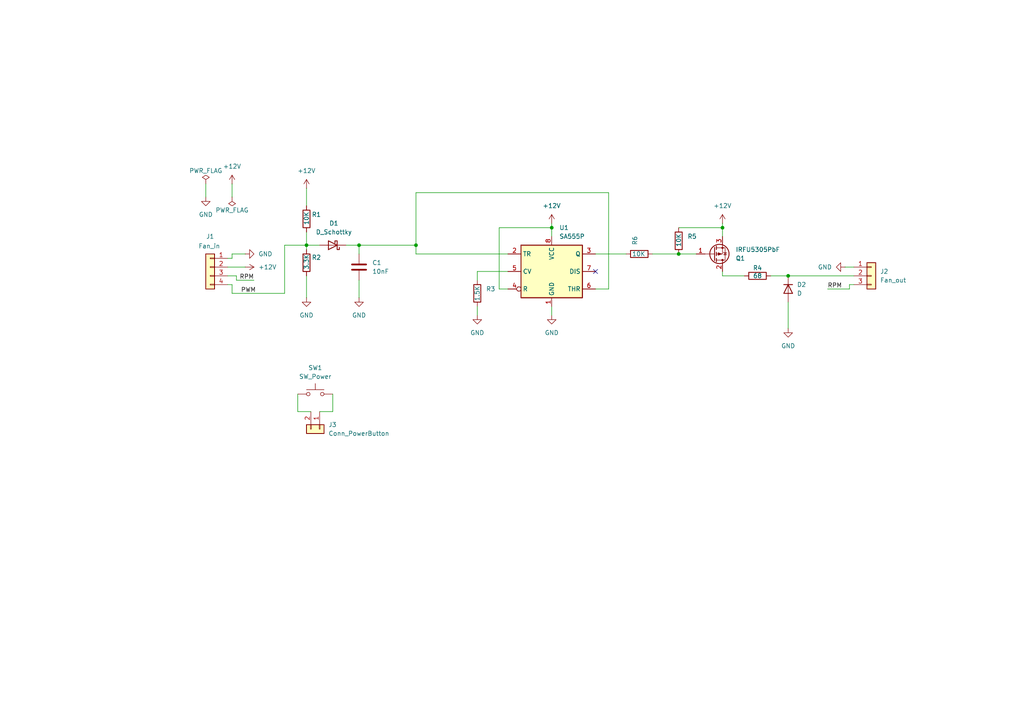
<source format=kicad_sch>
(kicad_sch (version 20231120) (generator "eeschema") (generator_version "8.0")
  (paper "A4")
  (lib_symbols
    (symbol "Connector_Generic:Conn_01x02" (pin_names (offset 1.016) hide)
      (property "Reference" "J" (at 0 2.54 0))
      (property "Value" "Conn_01x02" (at 0 -5.08 0))
      (symbol "Conn_01x02_1_1"
        (rectangle (start -1.27 -2.413) (end 0 -2.667) (stroke (width 0.1524)))
        (rectangle (start -1.27 0.127) (end 0 -0.127) (stroke (width 0.1524)))
        (rectangle (start -1.27 1.27) (end 1.27 -3.81) (stroke (width 0.254)) (fill (type background)))
        (pin passive line (at -5.08 0 0) (length 3.81) (name "Pin_1") (number "1"))
        (pin passive line (at -5.08 -2.54 0) (length 3.81) (name "Pin_2") (number "2"))
      )
    )
    (symbol "Connector_Generic:Conn_01x03" (pin_names (offset 1.016) hide)
      (property "Reference" "J" (at 0 5.08 0))
      (property "Value" "Conn_01x03" (at 0 -5.08 0))
      (symbol "Conn_01x03_1_1"
        (rectangle (start -1.27 -2.413) (end 0 -2.667) (stroke (width 0.1524)))
        (rectangle (start -1.27 0.127) (end 0 -0.127) (stroke (width 0.1524)))
        (rectangle (start -1.27 2.667) (end 0 2.413) (stroke (width 0.1524)))
        (rectangle (start -1.27 3.81) (end 1.27 -3.81) (stroke (width 0.254)) (fill (type background)))
        (pin passive line (at -5.08 2.54 0) (length 3.81) (name "Pin_1") (number "1"))
        (pin passive line (at -5.08 0 0) (length 3.81) (name "Pin_2") (number "2"))
        (pin passive line (at -5.08 -2.54 0) (length 3.81) (name "Pin_3") (number "3"))
      )
    )
    (symbol "Connector_Generic:Conn_01x04" (pin_names (offset 1.016) hide)
      (property "Reference" "J" (at 0 5.08 0))
      (property "Value" "Conn_01x04" (at 0 -7.62 0))
      (symbol "Conn_01x04_1_1"
        (rectangle (start -1.27 -4.953) (end 0 -5.207) (stroke (width 0.1524)))
        (rectangle (start -1.27 -2.413) (end 0 -2.667) (stroke (width 0.1524)))
        (rectangle (start -1.27 0.127) (end 0 -0.127) (stroke (width 0.1524)))
        (rectangle (start -1.27 2.667) (end 0 2.413) (stroke (width 0.1524)))
        (rectangle (start -1.27 3.81) (end 1.27 -6.35) (stroke (width 0.254)) (fill (type background)))
        (pin passive line (at -5.08 2.54 0) (length 3.81) (name "Pin_1") (number "1"))
        (pin passive line (at -5.08 0 0) (length 3.81) (name "Pin_2") (number "2"))
        (pin passive line (at -5.08 -2.54 0) (length 3.81) (name "Pin_3") (number "3"))
        (pin passive line (at -5.08 -5.08 0) (length 3.81) (name "Pin_4") (number "4"))
      )
    )
    (symbol "Device:C" (pin_numbers hide) (pin_names (offset 0.254))
      (property "Reference" "C" (at 0.635 2.54 0))
      (property "Value" "C" (at 0.635 -2.54 0))
      (symbol "C_0_1"
        (polyline (pts (xy -2.032 -0.762) (xy 2.032 -0.762)) (stroke (width 0.508)))
        (polyline (pts (xy -2.032 0.762) (xy 2.032 0.762)) (stroke (width 0.508)))
      )
      (symbol "C_1_1"
        (pin passive line (at 0 3.81 270) (length 2.794) (name "~") (number "1"))
        (pin passive line (at 0 -3.81 90) (length 2.794) (name "~") (number "2"))
      )
    )
    (symbol "Device:D" (pin_numbers hide) (pin_names (offset 1.016) hide)
      (property "Reference" "D" (at 0 2.54 0))
      (property "Value" "D" (at 0 -2.54 0))
      (symbol "D_0_1"
        (polyline (pts (xy -1.27 1.27) (xy -1.27 -1.27)) (stroke (width 0.254)))
        (polyline (pts (xy 1.27 0) (xy -1.27 0)))
        (polyline (pts (xy 1.27 1.27) (xy 1.27 -1.27) (xy -1.27 0) (xy 1.27 1.27)) (stroke (width 0.254)))
      )
      (symbol "D_1_1"
        (pin passive line (at -3.81 0 0) (length 2.54) (name "K") (number "1"))
        (pin passive line (at 3.81 0 180) (length 2.54) (name "A") (number "2"))
      )
    )
    (symbol "Device:D_Schottky" (pin_numbers hide) (pin_names (offset 1.016) hide)
      (property "Reference" "D" (at 0 2.54 0))
      (property "Value" "D_Schottky" (at 0 -2.54 0))
      (symbol "D_Schottky_0_1"
        (polyline (pts (xy 1.27 0) (xy -1.27 0)))
        (polyline (pts (xy 1.27 1.27) (xy 1.27 -1.27) (xy -1.27 0) (xy 1.27 1.27)) (stroke (width 0.254)))
        (polyline (pts (xy -1.905 0.635) (xy -1.905 1.27) (xy -1.27 1.27) (xy -1.27 -1.27) (xy -0.635 -1.27) (xy -0.635 -0.635)) (stroke (width 0.254)))
      )
      (symbol "D_Schottky_1_1"
        (pin passive line (at -3.81 0 0) (length 2.54) (name "K") (number "1"))
        (pin passive line (at 3.81 0 180) (length 2.54) (name "A") (number "2"))
      )
    )
    (symbol "Device:R" (pin_numbers hide) (pin_names (offset 0))
      (property "Reference" "R" (at 2.032 0 90))
      (property "Value" "R" (at 0 0 90))
      (symbol "R_0_1"
        (rectangle (start -1.016 -2.54) (end 1.016 2.54) (stroke (width 0.254)))
      )
      (symbol "R_1_1"
        (pin passive line (at 0 3.81 270) (length 1.27) (name "~") (number "1"))
        (pin passive line (at 0 -3.81 90) (length 1.27) (name "~") (number "2"))
      )
    )
    (symbol "Switch:SW_Push" (pin_numbers hide) (pin_names (offset 1.016) hide)
      (property "Reference" "SW" (at 1.27 2.54 0))
      (property "Value" "SW_Push" (at 0 -1.524 0))
      (symbol "SW_Push_0_1"
        (circle (center -2.032 0) (radius 0.508))
        (polyline (pts (xy 0 1.27) (xy 0 3.048)))
        (polyline (pts (xy 2.54 1.27) (xy -2.54 1.27)))
        (circle (center 2.032 0) (radius 0.508))
        (pin passive line (at -5.08 0 0) (length 2.54) (name "1") (number "1"))
        (pin passive line (at 5.08 0 180) (length 2.54) (name "2") (number "2"))
      )
    )
    (symbol "Timer:SA555P"
      (property "Reference" "U" (at -10.16 8.89 0))
      (property "Value" "SA555P" (at 2.54 8.89 0))
      (symbol "SA555P_0_0"
        (pin power_in line (at 0 -10.16 90) (length 2.54) (name "GND") (number "1"))
        (pin power_in line (at 0 10.16 270) (length 2.54) (name "VCC") (number "8"))
      )
      (symbol "SA555P_0_1"
        (rectangle (start -8.89 -7.62) (end 8.89 7.62) (stroke (width 0.254)) (fill (type background)))
        (rectangle (start -8.89 -7.62) (end 8.89 7.62) (stroke (width 0.254)) (fill (type background)))
      )
      (symbol "SA555P_1_1"
        (pin input line (at -12.7 5.08 0) (length 3.81) (name "TR") (number "2"))
        (pin output line (at 12.7 5.08 180) (length 3.81) (name "Q") (number "3"))
        (pin input inverted (at -12.7 -5.08 0) (length 3.81) (name "R") (number "4"))
        (pin input line (at -12.7 0 0) (length 3.81) (name "CV") (number "5"))
        (pin input line (at 12.7 -5.08 180) (length 3.81) (name "THR") (number "6"))
        (pin input line (at 12.7 0 180) (length 3.81) (name "DIS") (number "7"))
      )
    )
    (symbol "Transistor_FET:IRF9540N" (pin_names hide)
      (property "Reference" "Q" (at 5.08 1.905 0))
      (property "Value" "IRF9540N" (at 5.08 0 0))
      (symbol "IRF9540N_0_1"
        (polyline (pts (xy 0.254 0) (xy -2.54 0)))
        (polyline (pts (xy 0.254 1.905) (xy 0.254 -1.905)) (stroke (width 0.254)))
        (polyline (pts (xy 0.762 -1.27) (xy 0.762 -2.286)) (stroke (width 0.254)))
        (polyline (pts (xy 0.762 0.508) (xy 0.762 -0.508)) (stroke (width 0.254)))
        (polyline (pts (xy 0.762 2.286) (xy 0.762 1.27)) (stroke (width 0.254)))
        (polyline (pts (xy 2.54 2.54) (xy 2.54 1.778)))
        (polyline (pts (xy 2.54 -2.54) (xy 2.54 0) (xy 0.762 0)))
        (polyline (pts (xy 0.762 1.778) (xy 3.302 1.778) (xy 3.302 -1.778) (xy 0.762 -1.778)))
        (polyline (pts (xy 2.286 0) (xy 1.27 0.381) (xy 1.27 -0.381) (xy 2.286 0)) (fill (type outline)))
        (polyline (pts (xy 2.794 -0.508) (xy 2.921 -0.381) (xy 3.683 -0.381) (xy 3.81 -0.254)))
        (polyline (pts (xy 3.302 -0.381) (xy 2.921 0.254) (xy 3.683 0.254) (xy 3.302 -0.381)))
        (circle (center 1.651 0) (radius 2.794) (stroke (width 0.254)))
        (circle (center 2.54 -1.778) (radius 0.254) (fill (type outline)))
        (circle (center 2.54 1.778) (radius 0.254) (fill (type outline)))
      )
      (symbol "IRF9540N_1_1"
        (pin input line (at -5.08 0 0) (length 2.54) (name "G") (number "1"))
        (pin passive line (at 2.54 5.08 270) (length 2.54) (name "D") (number "2"))
        (pin passive line (at 2.54 -5.08 90) (length 2.54) (name "S") (number "3"))
      )
    )
    (symbol "power:+12V" (power) (pin_numbers hide) (pin_names (offset 0) hide)
      (property "Value" "+12V" (at 0 3.556 0))
      (symbol "+12V_0_1"
        (polyline (pts (xy -0.762 1.27) (xy 0 2.54)))
        (polyline (pts (xy 0 0) (xy 0 2.54)))
        (polyline (pts (xy 0 2.54) (xy 0.762 1.27)))
      )
      (symbol "+12V_1_1"
        (pin power_in line (at 0 0 90) (length 0) (name "~") (number "1"))
      )
    )
    (symbol "power:GND" (power) (pin_numbers hide) (pin_names (offset 0) hide)
      (property "Value" "GND" (at 0 -3.81 0))
      (symbol "GND_0_1"
        (polyline (pts (xy 0 0) (xy 0 -1.27) (xy 1.27 -1.27) (xy 0 -2.54) (xy -1.27 -1.27) (xy 0 -1.27)))
      )
      (symbol "GND_1_1"
        (pin power_in line (at 0 0 270) (length 0) (name "~") (number "1"))
      )
    )
    (symbol "power:PWR_FLAG" (power) (pin_numbers hide) (pin_names (offset 0) hide)
      (property "Value" "PWR_FLAG" (at 0 3.81 0))
      (symbol "PWR_FLAG_0_0"
        (pin power_out line (at 0 0 90) (length 0) (name "~") (number "1"))
      )
      (symbol "PWR_FLAG_0_1"
        (polyline (pts (xy 0 0) (xy 0 1.27) (xy -1.016 1.905) (xy 0 2.54) (xy 1.016 1.905) (xy 0 1.27)))
      )
    )
  )
  (junction (at 88.9 71.12))
  (junction (at 209.55 66.04))
  (junction (at 160.02 66.04))
  (junction (at 104.14 71.12))
  (junction (at 196.85 73.66))
  (junction (at 120.65 71.12))
  (junction (at 228.6 80.01))
  (no_connect (at 172.72 78.74))
  (wire (pts (xy 67.31 82.55) (xy 66.04 82.55)))
  (wire (pts (xy 67.31 85.09) (xy 67.31 82.55)))
  (wire (pts (xy 189.23 73.66) (xy 196.85 73.66)))
  (wire (pts (xy 176.53 83.82) (xy 172.72 83.82)))
  (wire (pts (xy 176.53 55.88) (xy 120.65 55.88)))
  (wire (pts (xy 160.02 64.77) (xy 160.02 66.04)))
  (wire (pts (xy 88.9 71.12) (xy 88.9 72.39)))
  (wire (pts (xy 228.6 87.63) (xy 228.6 95.25)))
  (wire (pts (xy 196.85 73.66) (xy 201.93 73.66)))
  (wire (pts (xy 120.65 73.66) (xy 147.32 73.66)))
  (wire (pts (xy 67.31 73.66) (xy 67.31 74.93)))
  (wire (pts (xy 59.69 53.34) (xy 59.69 57.15)))
  (wire (pts (xy 67.31 53.34) (xy 67.31 57.15)))
  (wire (pts (xy 160.02 66.04) (xy 160.02 68.58)))
  (wire (pts (xy 67.31 74.93) (xy 66.04 74.93)))
  (wire (pts (xy 86.36 119.38) (xy 86.36 114.3)))
  (wire (pts (xy 88.9 67.31) (xy 88.9 71.12)))
  (wire (pts (xy 100.33 71.12) (xy 104.14 71.12)))
  (wire (pts (xy 88.9 71.12) (xy 92.71 71.12)))
  (wire (pts (xy 88.9 80.01) (xy 88.9 86.36)))
  (wire (pts (xy 138.43 78.74) (xy 147.32 78.74)))
  (wire (pts (xy 246.38 82.55) (xy 246.38 83.82)))
  (wire (pts (xy 147.32 83.82) (xy 144.78 83.82)))
  (wire (pts (xy 82.55 85.09) (xy 82.55 71.12)))
  (wire (pts (xy 209.55 64.77) (xy 209.55 66.04)))
  (wire (pts (xy 172.72 73.66) (xy 181.61 73.66)))
  (wire (pts (xy 104.14 71.12) (xy 104.14 73.66)))
  (wire (pts (xy 90.17 119.38) (xy 86.36 119.38)))
  (wire (pts (xy 68.58 81.28) (xy 73.66 81.28)))
  (wire (pts (xy 176.53 83.82) (xy 176.53 55.88)))
  (wire (pts (xy 228.6 80.01) (xy 247.65 80.01)))
  (wire (pts (xy 120.65 55.88) (xy 120.65 71.12)))
  (wire (pts (xy 160.02 88.9) (xy 160.02 91.44)))
  (wire (pts (xy 144.78 83.82) (xy 144.78 66.04)))
  (wire (pts (xy 96.52 119.38) (xy 96.52 114.3)))
  (wire (pts (xy 82.55 71.12) (xy 88.9 71.12)))
  (wire (pts (xy 138.43 88.9) (xy 138.43 91.44)))
  (wire (pts (xy 92.71 119.38) (xy 96.52 119.38)))
  (wire (pts (xy 68.58 81.28) (xy 68.58 80.01)))
  (wire (pts (xy 228.6 80.01) (xy 223.52 80.01)))
  (wire (pts (xy 209.55 80.01) (xy 215.9 80.01)))
  (wire (pts (xy 209.55 78.74) (xy 209.55 80.01)))
  (wire (pts (xy 245.11 77.47) (xy 247.65 77.47)))
  (wire (pts (xy 247.65 82.55) (xy 246.38 82.55)))
  (wire (pts (xy 209.55 66.04) (xy 209.55 68.58)))
  (wire (pts (xy 66.04 77.47) (xy 71.12 77.47)))
  (wire (pts (xy 144.78 66.04) (xy 160.02 66.04)))
  (wire (pts (xy 104.14 71.12) (xy 120.65 71.12)))
  (wire (pts (xy 88.9 54.61) (xy 88.9 59.69)))
  (wire (pts (xy 240.03 83.82) (xy 246.38 83.82)))
  (wire (pts (xy 67.31 85.09) (xy 82.55 85.09)))
  (wire (pts (xy 196.85 66.04) (xy 209.55 66.04)))
  (wire (pts (xy 104.14 81.28) (xy 104.14 86.36)))
  (wire (pts (xy 120.65 73.66) (xy 120.65 71.12)))
  (wire (pts (xy 138.43 81.28) (xy 138.43 78.74)))
  (wire (pts (xy 68.58 80.01) (xy 66.04 80.01)))
  (wire (pts (xy 67.31 73.66) (xy 71.12 73.66)))
  (label "RPM" (at 240.03 83.82 0))
  (label "PWM" (at 69.85 85.09 0))
  (label "RPM" (at 73.66 81.28 180))
  (symbol (lib_id "power:+12V") (at 67.31 53.34 0) (unit 1)
    (property "Reference" "#PWR02" (effects (hide yes)))
    (property "Value" "+12V" (at 67.31 48.26 0))
    (property "Description" "Power symbol creates a global label with name \"+12V\"" (effects (hide yes)))
  )
  (symbol (lib_id "Device:R") (at 88.9 63.5 0) (unit 1)
    (property "Reference" "R1" (at 90.424 62.23 0) (effects (justify left)))
    (property "Value" "10K" (at 88.9 65.278 90) (effects (justify left)))
    (property "Footprint" "Resistor_THT:R_Axial_DIN0207_L6.3mm_D2.5mm_P7.62mm_Horizontal" (effects (hide yes)))
    (property "Description" "Resistor" (effects (hide yes)))
  )
  (symbol (lib_id "Switch:SW_Push") (at 91.44 114.3 0) (unit 1)
    (property "Reference" "SW1" (at 91.44 106.68 0))
    (property "Value" "SW_Power" (at 91.44 109.22 0))
    (property "Footprint" "Button_Switch_THT:SW_PUSH-12mm" (effects (hide yes)))
    (property "Description" "Push button switch, generic, two pins" (effects (hide yes)))
  )
  (symbol (lib_id "Device:R") (at 138.43 85.09 0) (unit 1)
    (property "Reference" "R3" (at 140.97 83.8199 0) (effects (justify left)))
    (property "Value" "1.5K" (at 138.43 87.376 90) (effects (justify left)))
    (property "Footprint" "Resistor_THT:R_Axial_DIN0207_L6.3mm_D2.5mm_P7.62mm_Horizontal" (effects (hide yes)))
    (property "Description" "Resistor" (effects (hide yes)))
  )
  (symbol (lib_id "power:GND") (at 138.43 91.44 0) (unit 1)
    (property "Reference" "#PWR08" (effects (hide yes)))
    (property "Value" "GND" (at 138.43 96.52 0))
    (property "Description" "Power symbol creates a global label with name \"GND\" , ground" (effects (hide yes)))
  )
  (symbol (lib_id "Connector_Generic:Conn_01x04") (at 60.96 77.47 0) (mirror y) (unit 1)
    (property "Reference" "J1" (at 60.96 68.58 0))
    (property "Value" "Fan_in" (at 60.706 71.374 0))
    (property "Footprint" "Connector_PinHeader_2.54mm:PinHeader_1x04_P2.54mm_Vertical" (effects (hide yes)))
    (property "Description" "Generic connector, single row, 01x04, script generated (kicad-library-utils/schlib/autogen/connector/)" (effects (hide yes)))
  )
  (symbol (lib_id "Timer:SA555P") (at 160.02 78.74 0) (unit 1)
    (property "Reference" "U1" (at 162.2141 66.04 0) (effects (justify left)))
    (property "Value" "SA555P" (at 162.2141 68.58 0) (effects (justify left)))
    (property "Footprint" "Package_DIP:DIP-8_W7.62mm" (effects (hide yes)))
    (property "Datasheet" "http://www.ti.com/lit/ds/symlink/ne555.pdf" (effects (hide yes)))
    (property "Description" "Precision Timers, 555 compatible, PDIP-8" (effects (hide yes)))
  )
  (symbol (lib_id "Device:R") (at 185.42 73.66 90) (unit 1)
    (property "Reference" "R6" (at 184.1499 71.12 0) (effects (justify left)))
    (property "Value" "10K" (at 187.198 73.66 90) (effects (justify left)))
    (property "Footprint" "Resistor_THT:R_Axial_DIN0207_L6.3mm_D2.5mm_P7.62mm_Horizontal" (effects (hide yes)))
    (property "Description" "Resistor" (effects (hide yes)))
  )
  (symbol (lib_id "Device:R") (at 219.71 80.01 90) (unit 1)
    (property "Reference" "R4" (at 219.71 77.724 90))
    (property "Value" "68" (at 219.71 80.01 90))
    (property "Footprint" "Resistor_THT:R_Axial_DIN0207_L6.3mm_D2.5mm_P7.62mm_Horizontal" (effects (hide yes)))
    (property "Description" "Resistor" (effects (hide yes)))
  )
  (symbol (lib_id "power:GND") (at 104.14 86.36 0) (unit 1)
    (property "Reference" "#PWR07" (effects (hide yes)))
    (property "Value" "GND" (at 104.14 91.44 0))
    (property "Description" "Power symbol creates a global label with name \"GND\" , ground" (effects (hide yes)))
  )
  (symbol (lib_id "power:+12V") (at 160.02 64.77 0) (unit 1)
    (property "Reference" "#PWR09" (effects (hide yes)))
    (property "Value" "+12V" (at 160.02 59.69 0))
    (property "Description" "Power symbol creates a global label with name \"+12V\"" (effects (hide yes)))
  )
  (symbol (lib_id "power:GND") (at 71.12 73.66 90) (unit 1)
    (property "Reference" "#PWR03" (effects (hide yes)))
    (property "Value" "GND" (at 74.93 73.6599 90) (effects (justify right)))
    (property "Description" "Power symbol creates a global label with name \"GND\" , ground" (effects (hide yes)))
  )
  (symbol (lib_id "power:GND") (at 160.02 91.44 0) (unit 1)
    (property "Reference" "#PWR010" (effects (hide yes)))
    (property "Value" "GND" (at 160.02 96.52 0))
    (property "Description" "Power symbol creates a global label with name \"GND\" , ground" (effects (hide yes)))
  )
  (symbol (lib_id "Connector_Generic:Conn_01x03") (at 252.73 80.01 0) (unit 1)
    (property "Reference" "J2" (at 255.27 78.7399 0) (effects (justify left)))
    (property "Value" "Fan_out" (at 255.27 81.2799 0) (effects (justify left)))
    (property "Footprint" "Connector_PinHeader_2.54mm:PinHeader_1x03_P2.54mm_Vertical" (effects (hide yes)))
    (property "Description" "Generic connector, single row, 01x03, script generated (kicad-library-utils/schlib/autogen/connector/)" (effects (hide yes)))
  )
  (symbol (lib_id "power:PWR_FLAG") (at 67.31 57.15 180) (unit 1)
    (property "Reference" "#FLG02" (effects (hide yes)))
    (property "Value" "PWR_FLAG" (at 67.31 60.96 0))
    (property "Description" "Special symbol for telling ERC where power comes from" (effects (hide yes)))
  )
  (symbol (lib_id "power:+12V") (at 88.9 54.61 0) (unit 1)
    (property "Reference" "#PWR05" (effects (hide yes)))
    (property "Value" "+12V" (at 88.9 49.53 0))
    (property "Description" "Power symbol creates a global label with name \"+12V\"" (effects (hide yes)))
  )
  (symbol (lib_id "power:PWR_FLAG") (at 59.69 53.34 0) (unit 1)
    (property "Reference" "#FLG01" (effects (hide yes)))
    (property "Value" "PWR_FLAG" (at 59.69 49.53 0))
    (property "Description" "Special symbol for telling ERC where power comes from" (effects (hide yes)))
  )
  (symbol (lib_id "power:+12V") (at 209.55 64.77 0) (unit 1)
    (property "Reference" "#PWR013" (effects (hide yes)))
    (property "Value" "+12V" (at 209.55 59.69 0))
    (property "Description" "Power symbol creates a global label with name \"+12V\"" (effects (hide yes)))
  )
  (symbol (lib_id "Device:R") (at 196.85 69.85 0) (unit 1)
    (property "Reference" "R5" (at 199.39 68.5799 0) (effects (justify left)))
    (property "Value" "10K" (at 196.85 71.628 90) (effects (justify left)))
    (property "Footprint" "Resistor_THT:R_Axial_DIN0207_L6.3mm_D2.5mm_P7.62mm_Horizontal" (effects (hide yes)))
    (property "Description" "Resistor" (effects (hide yes)))
  )
  (symbol (lib_id "Device:C") (at 104.14 77.47 0) (unit 1)
    (property "Reference" "C1" (at 107.95 76.1999 0) (effects (justify left)))
    (property "Value" "10nF" (at 107.95 78.7399 0) (effects (justify left)))
    (property "Footprint" "Capacitor_THT:C_Disc_D4.3mm_W1.9mm_P5.00mm" (effects (hide yes)))
    (property "Description" "Unpolarized capacitor" (effects (hide yes)))
  )
  (symbol (lib_id "Device:R") (at 88.9 76.2 180) (unit 1)
    (property "Reference" "R2" (at 90.424 74.676 0) (effects (justify right)))
    (property "Value" "3.3K" (at 88.9 78.232 90) (effects (justify right)))
    (property "Footprint" "Resistor_THT:R_Axial_DIN0207_L6.3mm_D2.5mm_P7.62mm_Horizontal" (effects (hide yes)))
    (property "Description" "Resistor" (effects (hide yes)))
  )
  (symbol (lib_id "power:+12V") (at 71.12 77.47 270) (unit 1)
    (property "Reference" "#PWR04" (effects (hide yes)))
    (property "Value" "+12V" (at 74.93 77.4699 90) (effects (justify left)))
    (property "Description" "Power symbol creates a global label with name \"+12V\"" (effects (hide yes)))
  )
  (symbol (lib_id "Device:D") (at 228.6 83.82 270) (unit 1)
    (property "Reference" "D2" (at 231.14 82.5499 90) (effects (justify left)))
    (property "Value" "D" (at 231.14 85.0899 90) (effects (justify left)))
    (property "Footprint" "Diode_THT:D_DO-35_SOD27_P7.62mm_Horizontal" (effects (hide yes)))
    (property "Description" "Diode" (effects (hide yes)))
    (property "Sim.Device" "D" (effects (hide yes)))
    (property "Sim.Pins" "1=K 2=A" (effects (hide yes)))
  )
  (symbol (lib_id "power:GND") (at 245.11 77.47 270) (unit 1)
    (property "Reference" "#PWR012" (effects (hide yes)))
    (property "Value" "GND" (at 241.3 77.4699 90) (effects (justify right)))
    (property "Description" "Power symbol creates a global label with name \"GND\" , ground" (effects (hide yes)))
  )
  (symbol (lib_id "power:GND") (at 228.6 95.25 0) (unit 1)
    (property "Reference" "#PWR011" (effects (hide yes)))
    (property "Value" "GND" (at 228.6 100.33 0))
    (property "Description" "Power symbol creates a global label with name \"GND\" , ground" (effects (hide yes)))
  )
  (symbol (lib_id "Transistor_FET:IRF9540N") (at 207.01 73.66 0) (mirror x) (unit 1)
    (property "Reference" "Q1" (at 213.36 74.9301 0) (effects (justify left)))
    (property "Value" "IRFU5305PbF" (at 213.36 72.3901 0) (effects (justify left)))
    (property "Footprint" "Package_TO_SOT_THT:TO-251-3-1EP_Horizontal_TabDown" (effects (hide yes)))
    (property "Description" "-31A Id, -55V Vds, 65mOhm Rds, P-Channel HEXFET Power MOSFET, TO-251" (effects (hide yes)))
  )
  (symbol (lib_id "power:GND") (at 59.69 57.15 0) (unit 1)
    (property "Reference" "#PWR01" (effects (hide yes)))
    (property "Value" "GND" (at 59.69 62.23 0))
    (property "Description" "Power symbol creates a global label with name \"GND\" , ground" (effects (hide yes)))
  )
  (symbol (lib_id "power:GND") (at 88.9 86.36 0) (unit 1)
    (property "Reference" "#PWR06" (effects (hide yes)))
    (property "Value" "GND" (at 88.9 91.44 0))
    (property "Description" "Power symbol creates a global label with name \"GND\" , ground" (effects (hide yes)))
  )
  (symbol (lib_id "Device:D_Schottky") (at 96.52 71.12 180) (unit 1)
    (property "Reference" "D1" (at 96.8375 64.77 0))
    (property "Value" "D_Schottky" (at 96.8375 67.31 0))
    (property "Footprint" "Diode_THT:D_DO-35_SOD27_P7.62mm_Horizontal" (effects (hide yes)))
    (property "Description" "Schottky diode" (effects (hide yes)))
  )
  (symbol (lib_id "Connector_Generic:Conn_01x02") (at 92.71 124.46 270) (unit 1)
    (property "Reference" "J3" (at 95.25 123.1899 90) (effects (justify left)))
    (property "Value" "Conn_PowerButton" (at 95.25 125.7299 90) (effects (justify left)))
    (property "Footprint" "Connector_PinHeader_2.54mm:PinHeader_1x02_P2.54mm_Vertical" (effects (hide yes)))
    (property "Description" "Generic connector, single row, 01x02, script generated (kicad-library-utils/schlib/autogen/connector/)" (effects (hide yes)))
  )
)
</source>
